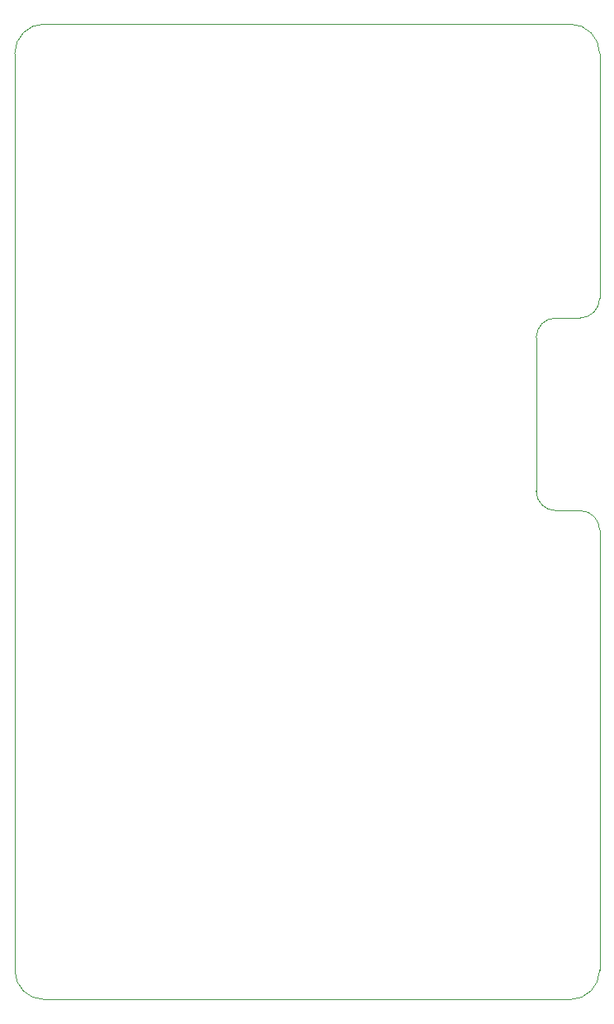
<source format=gbr>
%TF.GenerationSoftware,Altium Limited,Altium Designer,22.10.1 (41)*%
G04 Layer_Color=0*
%FSLAX45Y45*%
%MOMM*%
%TF.SameCoordinates,E44625A2-F068-4864-A6FA-01B12190F87A*%
%TF.FilePolarity,Positive*%
%TF.FileFunction,Profile,NP*%
%TF.Part,Single*%
G01*
G75*
%TA.AperFunction,Profile*%
%ADD70C,0.02540*%
D70*
X0Y300000D02*
G03*
X300000Y0I300000J0D01*
G01*
X5700000D01*
D02*
G03*
X6000000Y300000I0J300000D01*
G01*
Y4812500D01*
D02*
G03*
X5800001Y5012500I-200000J0D01*
G01*
X5550000D01*
D02*
G02*
X5349999Y5212500I0J200000D01*
G01*
Y6787500D01*
D02*
G02*
X5550000Y6987500I200000J-0D01*
G01*
X5800001D01*
D02*
G03*
X6000001Y7187500I0J200000D01*
G01*
Y9700000D01*
D02*
G03*
X5700000Y10000000I-300001J-1D01*
G01*
X300000D01*
D02*
G03*
X0Y9700000I0J-300000D01*
G01*
Y300000D01*
%TF.MD5,04b7eb84e62802879947d2ee814de5f5*%
M02*

</source>
